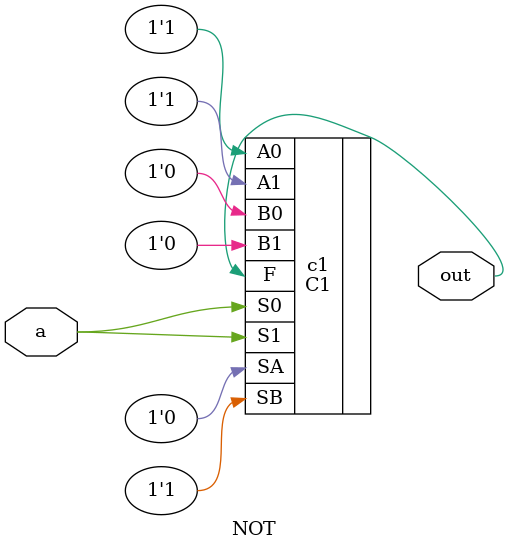
<source format=v>
module NOT (a, out);
    input a;
    output out;
    C1 c1(.A0(1'b1), .A1(1'b1), .SA(1'b0), .B0(1'b0), .B1(1'b0), .SB(1'b1), .S0(a), .S1(a), .F(out));  
endmodule
</source>
